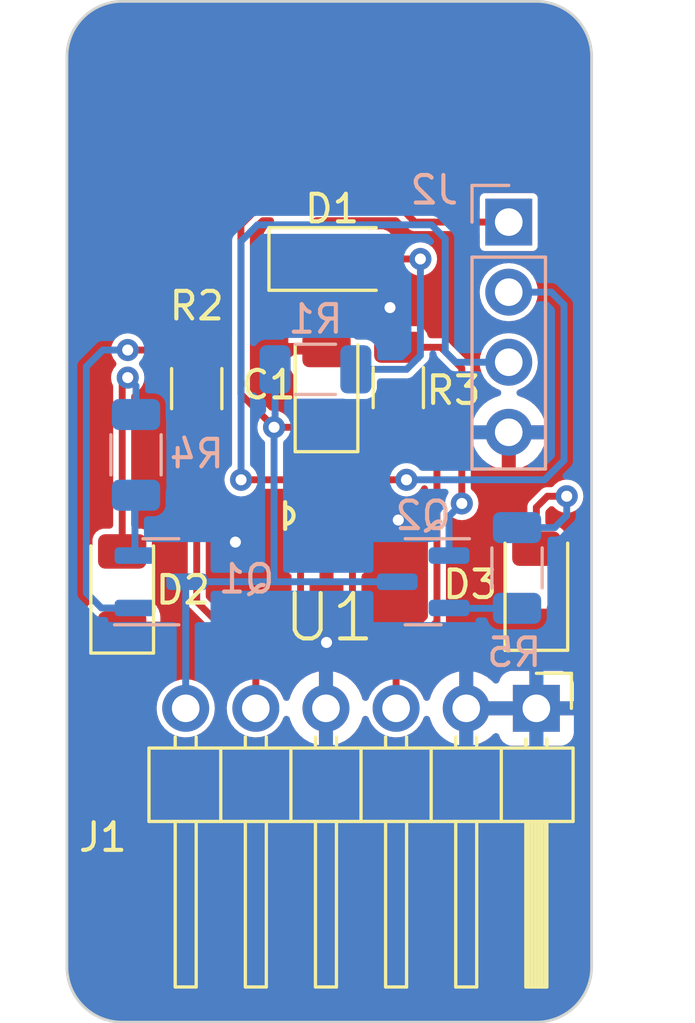
<source format=kicad_pcb>
(kicad_pcb (version 20211014) (generator pcbnew)
  (layers (0 "F.Cu" signal) (31 "B.Cu" signal) (34 "B.Paste" user) (35 "F.Paste" user) (36 "B.SilkS" user "B.Silkscreen") (37 "F.SilkS" user "F.Silkscreen") (38 "B.Mask" user) (39 "F.Mask" user) (44 "Edge.Cuts" user))
  (net 0 "")
  (net 1 "GND")
  (net 2 "Net-(D1-Pad2)")
  (net 3 "Net-(D2-Pad2)")
  (net 4 "Net-(D3-Pad2)")
  (net 5 "Net-(Q1-Pad1)")
  (net 6 "Net-(Q1-Pad2)")
  (net 7 "Net-(Q2-Pad1)")
  (net 8 "Net-(Q2-Pad2)")
  (net 9 "/VCC")
  (net 10 "/IN1")
  (net 11 "/IN2")
  (net 12 "/OUT1")
  (net 13 "/OUT2")
  (footprint "LED_SMD:LED_1206_3216Metric" (layer "F.Cu") (at 124 131.3375 90)
    (fp_text reference "D2" (at 0 2.2 180) (layer "F.SilkS"))
    (fp_text value "LED")
    (fp_line (start -2.285 -1.135) (end -2.285 1.135) (layer "F.SilkS") (width 0.12))
    (fp_line (start -2.285 1.135) (end 1.6 1.135) (layer "F.SilkS") (width 0.12))
    (fp_line (start 1.6 -1.135) (end -2.285 -1.135) (layer "F.SilkS") (width 0.12))
    (pad "1" smd roundrect locked (at -1.4 0 90) (size 1.25 1.75) (layers "F.Cu" "F.Paste" "F.Mask") (roundrect_rratio 0.2) (net 1 "GND"))
    (pad "2" smd roundrect locked (at 1.4 0 90) (size 1.25 1.75) (layers "F.Cu" "F.Paste" "F.Mask") (roundrect_rratio 0.2) (net 3 "Net-(D2-Pad2)"))
  )
  (footprint "Resistor_SMD:R_1206_3216Metric" (layer "F.Cu") (at 126.7 124.0375 90)
    (fp_text reference "R2" (at 3 0 180) (layer "F.SilkS"))
    (fp_text value "470")
    (fp_line (start -0.727064 0.91) (end 0.727064 0.91) (layer "F.SilkS") (width 0.12))
    (fp_line (start -0.727064 -0.91) (end 0.727064 -0.91) (layer "F.SilkS") (width 0.12))
    (pad "1" smd roundrect locked (at -1.4625 0 90) (size 1.125 1.75) (layers "F.Cu" "F.Paste" "F.Mask") (roundrect_rratio 0.2222222222) (net 10 "/IN1"))
    (pad "2" smd roundrect locked (at 1.4625 0 90) (size 1.125 1.75) (layers "F.Cu" "F.Paste" "F.Mask") (roundrect_rratio 0.2222222222) (net 5 "Net-(Q1-Pad1)"))
  )
  (footprint "Resistor_SMD:R_1206_3216Metric" (layer "F.Cu") (at 134 124 90)
    (fp_text reference "R3" (at -0.1 2 180) (layer "F.SilkS"))
    (fp_text value "470")
    (fp_line (start -0.727064 -0.91) (end 0.727064 -0.91) (layer "F.SilkS") (width 0.12))
    (fp_line (start -0.727064 0.91) (end 0.727064 0.91) (layer "F.SilkS") (width 0.12))
    (pad "1" smd roundrect locked (at -1.4625 0 90) (size 1.125 1.75) (layers "F.Cu" "F.Paste" "F.Mask") (roundrect_rratio 0.2222222222) (net 11 "/IN2"))
    (pad "2" smd roundrect locked (at 1.4625 0 90) (size 1.125 1.75) (layers "F.Cu" "F.Paste" "F.Mask") (roundrect_rratio 0.2222222222) (net 7 "Net-(Q2-Pad1)"))
  )
  (footprint "hw_watchdog:ATTiny10-TS8R" (layer "F.Cu") (at 131.4 128.6375 90)
    (fp_text reference "U1" (at -3.7 0.1 180) (layer "F.SilkS") (effects (font (size 1.644173 1.644173))))
    (fp_text value "ATTINY10-TS8R")
    (fp_line (start -0.3048 -1.4986) (end -0.4826 -1.4986) (layer "F.SilkS") (width 0.1524))
    (fp_line (start 0.3048 -1.4986) (end -0.3048 -1.4986) (layer "F.SilkS") (width 0.1524))
    (fp_line (start 0.4826 -1.4986) (end 0.3048 -1.4986) (layer "F.SilkS") (width 0.1524))
    (fp_arc (start 0.3048 -1.4986) (mid 0 -1.1938) (end -0.3048 -1.4986) (layer "F.SilkS") (width 0.1524))
    (pad "1" smd rect (at -1.2954 -0.9398 90) (size 1.27 0.5588) (layers "F.Cu" "F.Paste" "F.Mask") (net 10 "/IN1"))
    (pad "2" smd rect (at -1.2954 0 90) (size 1.27 0.5588) (layers "F.Cu" "F.Paste" "F.Mask") (net 1 "GND"))
    (pad "3" smd rect (at -1.2954 0.9398 90) (size 1.27 0.5588) (layers "F.Cu" "F.Paste" "F.Mask") (net 11 "/IN2"))
    (pad "4" smd rect (at 1.2954 0.9398 90) (size 1.27 0.5588) (layers "F.Cu" "F.Paste" "F.Mask") (net 12 "/OUT1"))
    (pad "5" smd rect (at 1.2954 0 90) (size 1.27 0.5588) (layers "F.Cu" "F.Paste" "F.Mask") (net 9 "/VCC"))
    (pad "6" smd rect (at 1.2954 -0.9398 90) (size 1.27 0.5588) (layers "F.Cu" "F.Paste" "F.Mask") (net 13 "/OUT2"))
  )
  (footprint "Connector_PinHeader_2.54mm:PinHeader_1x06_P2.54mm_Horizontal" (layer "F.Cu") (at 139 135.625 -90)
    (fp_text reference "J1" (at 4.675 15.7 180) (layer "F.SilkS"))
    (fp_text value "Conn_01x06_Male")
    (fp_line (start 4.1 -0.32) (end 10.1 -0.32) (layer "F.SilkS") (width 0.12))
    (fp_line (start 10.1 13.08) (end 4.1 13.08) (layer "F.SilkS") (width 0.12))
    (fp_line (start 1.44 6.35) (end 4.1 6.35) (layer "F.SilkS") (width 0.12))
    (fp_line (start 10.1 10.54) (end 4.1 10.54) (layer "F.SilkS") (width 0.12))
    (fp_line (start 1.44 11.43) (end 4.1 11.43) (layer "F.SilkS") (width 0.12))
    (fp_line (start 10.1 12.32) (end 10.1 13.08) (layer "F.SilkS") (width 0.12))
    (fp_line (start 1.042929 13.08) (end 1.44 13.08) (layer "F.SilkS") (width 0.12))
    (fp_line (start 10.1 5.46) (end 4.1 5.46) (layer "F.SilkS") (width 0.12))
    (fp_line (start 1.11 -0.38) (end 1.44 -0.38) (layer "F.SilkS") (width 0.12))
    (fp_line (start 1.44 3.81) (end 4.1 3.81) (layer "F.SilkS") (width 0.12))
    (fp_line (start 10.1 7.24) (end 10.1 8) (layer "F.SilkS") (width 0.12))
    (fp_line (start 4.1 14.03) (end 4.1 -1.33) (layer "F.SilkS") (width 0.12))
    (fp_line (start 10.1 8) (end 4.1 8) (layer "F.SilkS") (width 0.12))
    (fp_line (start 4.1 0.04) (end 10.1 0.04) (layer "F.SilkS") (width 0.12))
    (fp_line (start 4.1 -0.08) (end 10.1 -0.08) (layer "F.SilkS") (width 0.12))
    (fp_line (start 4.1 2.16) (end 10.1 2.16) (layer "F.SilkS") (width 0.12))
    (fp_line (start 1.44 1.27) (end 4.1 1.27) (layer "F.SilkS") (width 0.12))
    (fp_line (start 4.1 4.7) (end 10.1 4.7) (layer "F.SilkS") (width 0.12))
    (fp_line (start 4.1 0.16) (end 10.1 0.16) (layer "F.SilkS") (width 0.12))
    (fp_line (start 1.042929 2.16) (end 1.44 2.16) (layer "F.SilkS") (width 0.12))
    (fp_line (start 1.042929 5.46) (end 1.44 5.46) (layer "F.SilkS") (width 0.12))
    (fp_line (start 1.042929 7.24) (end 1.44 7.24) (layer "F.SilkS") (width 0.12))
    (fp_line (start -1.27 -1.27) (end 0 -1.27) (layer "F.SilkS") (width 0.12))
    (fp_line (start 10.1 4.7) (end 10.1 5.46) (layer "F.SilkS") (width 0.12))
    (fp_line (start 1.44 8.89) (end 4.1 8.89) (layer "F.SilkS") (width 0.12))
    (fp_line (start 4.1 -1.33) (end 1.44 -1.33) (layer "F.SilkS") (width 0.12))
    (fp_line (start 4.1 9.78) (end 10.1 9.78) (layer "F.SilkS") (width 0.12))
    (fp_line (start 1.042929 4.7) (end 1.44 4.7) (layer "F.SilkS") (width 0.12))
    (fp_line (start 1.042929 9.78) (end 1.44 9.78) (layer "F.SilkS") (width 0.12))
    (fp_line (start 4.1 0.28) (end 10.1 0.28) (layer "F.SilkS") (width 0.12))
    (fp_line (start 1.042929 2.92) (end 1.44 2.92) (layer "F.SilkS") (width 0.12))
    (fp_line (start -1.27 0) (end -1.27 -1.27) (layer "F.SilkS") (width 0.12))
    (fp_line (start 4.1 12.32) (end 10.1 12.32) (layer "F.SilkS") (width 0.12))
    (fp_line (start 1.44 14.03) (end 4.1 14.03) (layer "F.SilkS") (width 0.12))
    (fp_line (start 1.11 0.38) (end 1.44 0.38) (layer "F.SilkS") (width 0.12))
    (fp_line (start 10.1 2.92) (end 4.1 2.92) (layer "F.SilkS") (width 0.12))
    (fp_line (start 4.1 -0.2) (end 10.1 -0.2) (layer "F.SilkS") (width 0.12))
    (fp_line (start 10.1 2.16) (end 10.1 2.92) (layer "F.SilkS") (width 0.12))
    (fp_line (start 10.1 -0.38) (end 10.1 0.38) (layer "F.SilkS") (width 0.12))
    (fp_line (start 1.042929 12.32) (end 1.44 12.32) (layer "F.SilkS") (width 0.12))
    (fp_line (start 4.1 -0.38) (end 10.1 -0.38) (layer "F.SilkS") (width 0.12))
    (fp_line (start 10.1 9.78) (end 10.1 10.54) (layer "F.SilkS") (width 0.12))
    (fp_line (start 1.042929 8) (end 1.44 8) (layer "F.SilkS") (width 0.12))
    (fp_line (start 10.1 0.38) (end 4.1 0.38) (layer "F.SilkS") (width 0.12))
    (fp_line (start 4.1 7.24) (end 10.1 7.24) (layer "F.SilkS") (width 0.12))
    (fp_line (start 1.44 -1.33) (end 1.44 14.03) (layer "F.SilkS") (width 0.12))
    (fp_line (start 1.042929 10.54) (end 1.44 10.54) (layer "F.SilkS") (width 0.12))
    (pad "1" thru_hole rect locked (at 0 0 270) (size 1.7 1.7) (drill 1) (layers *.Cu *.Mask) (net 1 "GND"))
    (pad "2" thru_hole oval locked (at 0 2.54 270) (size 1.7 1.7) (drill 1) (layers *.Cu *.Mask) (net 1 "GND"))
    (pad "3" thru_hole oval locked (at 0 5.08 270) (size 1.7 1.7) (drill 1) (layers *.Cu *.Mask) (net 11 "/IN2"))
    (pad "4" thru_hole oval locked (at 0 7.62 270) (size 1.7 1.7) (drill 1) (layers *.Cu *.Mask) (net 1 "GND"))
    (pad "5" thru_hole oval locked (at 0 10.16 270) (size 1.7 1.7) (drill 1) (layers *.Cu *.Mask) (net 10 "/IN1"))
    (pad "6" thru_hole oval locked (at 0 12.7 270) (size 1.7 1.7) (drill 1) (layers *.Cu *.Mask) (net 9 "/VCC"))
  )
  (footprint "LED_SMD:LED_1206_3216Metric" (layer "F.Cu") (at 139 131.2375 90)
    (fp_text reference "D3" (at 0.1 -2.4 180) (layer "F.SilkS"))
    (fp_text value "LED")
    (fp_line (start -2.285 1.135) (end 1.6 1.135) (layer "F.SilkS") (width 0.12))
    (fp_line (start -2.285 -1.135) (end -2.285 1.135) (layer "F.SilkS") (width 0.12))
    (fp_line (start 1.6 -1.135) (end -2.285 -1.135) (layer "F.SilkS") (width 0.12))
    (pad "1" smd roundrect locked (at -1.4 0 90) (size 1.25 1.75) (layers "F.Cu" "F.Paste" "F.Mask") (roundrect_rratio 0.2) (net 1 "GND"))
    (pad "2" smd roundrect locked (at 1.4 0 90) (size 1.25 1.75) (layers "F.Cu" "F.Paste" "F.Mask") (roundrect_rratio 0.2) (net 4 "Net-(D3-Pad2)"))
  )
  (footprint "LED_SMD:LED_1206_3216Metric" (layer "F.Cu") (at 131.6 119.3375)
    (fp_text reference "D1" (at 0 -1.82) (layer "F.SilkS"))
    (fp_text value "LED")
    (fp_line (start -2.285 1.135) (end 1.6 1.135) (layer "F.SilkS") (width 0.12))
    (fp_line (start 1.6 -1.135) (end -2.285 -1.135) (layer "F.SilkS") (width 0.12))
    (fp_line (start -2.285 -1.135) (end -2.285 1.135) (layer "F.SilkS") (width 0.12))
    (pad "1" smd roundrect locked (at -1.4 0) (size 1.25 1.75) (layers "F.Cu" "F.Paste" "F.Mask") (roundrect_rratio 0.2) (net 1 "GND"))
    (pad "2" smd roundrect locked (at 1.4 0) (size 1.25 1.75) (layers "F.Cu" "F.Paste" "F.Mask") (roundrect_rratio 0.2) (net 2 "Net-(D1-Pad2)"))
  )
  (footprint "Diode_SMD:D_1206_3216Metric" (layer "F.Cu") (at 131.4 124.0375 90)
    (fp_text reference "C1" (at 0.1375 -2.1 180) (layer "F.SilkS"))
    (fp_text value "100nF")
    (fp_line (start 1.6 -1.135) (end -2.285 -1.135) (layer "F.SilkS") (width 0.12))
    (fp_line (start -2.285 1.135) (end 1.6 1.135) (layer "F.SilkS") (width 0.12))
    (fp_line (start -2.285 -1.135) (end -2.285 1.135) (layer "F.SilkS") (width 0.12))
    (pad "1" smd roundrect locked (at -1.4 0 90) (size 1.25 1.75) (layers "F.Cu" "F.Paste" "F.Mask") (roundrect_rratio 0.2) (net 9 "/VCC"))
    (pad "2" smd roundrect locked (at 1.4 0 90) (size 1.25 1.75) (layers "F.Cu" "F.Paste" "F.Mask") (roundrect_rratio 0.2) (net 1 "GND"))
  )
  (footprint "Resistor_SMD:R_1206_3216Metric" (layer "B.Cu") (at 131 123.3375 180)
    (fp_text reference "R1" (at 0 1.82) (layer "B.SilkS") (effects (justify mirror)))
    (fp_text value "100")
    (fp_line (start -0.727064 -0.91) (end 0.727064 -0.91) (layer "B.SilkS") (width 0.12))
    (fp_line (start -0.727064 0.91) (end 0.727064 0.91) (layer "B.SilkS") (width 0.12))
    (pad "1" smd roundrect locked (at -1.4625 0 180) (size 1.125 1.75) (layers "B.Cu" "B.Paste" "B.Mask") (roundrect_rratio 0.2222222222) (net 2 "Net-(D1-Pad2)"))
    (pad "2" smd roundrect locked (at 1.4625 0 180) (size 1.125 1.75) (layers "B.Cu" "B.Paste" "B.Mask") (roundrect_rratio 0.2222222222) (net 9 "/VCC"))
  )
  (footprint "Connector_PinSocket_2.54mm:PinSocket_1x04_P2.54mm_Vertical" (layer "B.Cu") (at 138 118 180)
    (fp_text reference "J2" (at 2.7 1.1625) (layer "B.SilkS") (effects (justify mirror)))
    (fp_text value "Conn_01x04_Male")
    (fp_line (start -1.33 -1.27) (end 1.33 -1.27) (layer "B.SilkS") (width 0.12))
    (fp_line (start 1.33 -1.27) (end 1.33 -8.95) (layer "B.SilkS") (width 0.12))
    (fp_line (start 0 1.33) (end 1.33 1.33) (layer "B.SilkS") (width 0.12))
    (fp_line (start 1.33 1.33) (end 1.33 0) (layer "B.SilkS") (width 0.12))
    (fp_line (start -1.33 -1.27) (end -1.33 -8.95) (layer "B.SilkS") (width 0.12))
    (fp_line (start -1.33 -8.95) (end 1.33 -8.95) (layer "B.SilkS") (width 0.12))
    (pad "1" thru_hole rect locked (at 0 0 180) (size 1.7 1.7) (drill 1) (layers *.Cu *.Mask) (net 9 "/VCC"))
    (pad "2" thru_hole oval locked (at 0 -2.54 180) (size 1.7 1.7) (drill 1) (layers *.Cu *.Mask) (net 12 "/OUT1"))
    (pad "3" thru_hole oval locked (at 0 -5.08 180) (size 1.7 1.7) (drill 1) (layers *.Cu *.Mask) (net 13 "/OUT2"))
    (pad "4" thru_hole oval locked (at 0 -7.62 180) (size 1.7 1.7) (drill 1) (layers *.Cu *.Mask) (net 1 "GND"))
  )
  (footprint "Resistor_SMD:R_1206_3216Metric" (layer "B.Cu") (at 124.5 126.4375 90)
    (fp_text reference "R4" (at 0.0375 2.2 180) (layer "B.SilkS") (effects (justify mirror)))
    (fp_text value "100")
    (fp_line (start -0.727064 0.91) (end 0.727064 0.91) (layer "B.SilkS") (width 0.12))
    (fp_line (start -0.727064 -0.91) (end 0.727064 -0.91) (layer "B.SilkS") (width 0.12))
    (pad "1" smd roundrect locked (at -1.4625 0 90) (size 1.125 1.75) (layers "B.Cu" "B.Paste" "B.Mask") (roundrect_rratio 0.2222222222) (net 6 "Net-(Q1-Pad2)"))
    (pad "2" smd roundrect locked (at 1.4625 0 90) (size 1.125 1.75) (layers "B.Cu" "B.Paste" "B.Mask") (roundrect_rratio 0.2222222222) (net 3 "Net-(D2-Pad2)"))
  )
  (footprint "Package_TO_SOT_SMD:SOT-23" (layer "B.Cu") (at 125.4 131.0375)
    (fp_text reference "Q1" (at 3.1 -0.1) (layer "B.SilkS") (effects (justify mirror)))
    (fp_text value "BC847")
    (fp_line (start 0 1.56) (end -1.675 1.56) (layer "B.SilkS") (width 0.12))
    (fp_line (start 0 1.56) (end 0.65 1.56) (layer "B.SilkS") (width 0.12))
    (fp_line (start 0 -1.56) (end 0.65 -1.56) (layer "B.SilkS") (width 0.12))
    (fp_line (start 0 -1.56) (end -0.65 -1.56) (layer "B.SilkS") (width 0.12))
    (pad "1" smd roundrect locked (at -0.9375 0.95) (size 1.475 0.6) (layers "B.Cu" "B.Paste" "B.Mask") (net 5 "Net-(Q1-Pad1)"))
    (pad "2" smd roundrect locked (at -0.9375 -0.95) (size 1.475 0.6) (layers "B.Cu" "B.Paste" "B.Mask") (net 6 "Net-(Q1-Pad2)"))
    (pad "3" smd roundrect locked (at 0.9375 0) (size 1.475 0.6) (layers "B.Cu" "B.Paste" "B.Mask") (net 9 "/VCC"))
  )
  (footprint "Resistor_SMD:R_1206_3216Metric" (layer "B.Cu") (at 138.3 130.5375 90)
    (fp_text reference "R5" (at -3.0625 -0.1 180) (layer "B.SilkS") (effects (justify mirror)))
    (fp_text value "100")
    (fp_line (start -0.727064 0.91) (end 0.727064 0.91) (layer "B.SilkS") (width 0.12))
    (fp_line (start -0.727064 -0.91) (end 0.727064 -0.91) (layer "B.SilkS") (width 0.12))
    (pad "1" smd roundrect locked (at -1.4625 0 90) (size 1.125 1.75) (layers "B.Cu" "B.Paste" "B.Mask") (roundrect_rratio 0.2222222222) (net 8 "Net-(Q2-Pad2)"))
    (pad "2" smd roundrect locked (at 1.4625 0 90) (size 1.125 1.75) (layers "B.Cu" "B.Paste" "B.Mask") (roundrect_rratio 0.2222222222) (net 4 "Net-(D3-Pad2)"))
  )
  (footprint "Package_TO_SOT_SMD:SOT-23" (layer "B.Cu") (at 134.9 131.0375 180)
    (fp_text reference "Q2" (at 0 2.4) (layer "B.SilkS") (effects (justify mirror)))
    (fp_text value "BC847")
    (fp_line (start 0 1.56) (end -1.675 1.56) (layer "B.SilkS") (width 0.12))
    (fp_line (start 0 1.56) (end 0.65 1.56) (layer "B.SilkS") (width 0.12))
    (fp_line (start 0 -1.56) (end 0.65 -1.56) (layer "B.SilkS") (width 0.12))
    (fp_line (start 0 -1.56) (end -0.65 -1.56) (layer "B.SilkS") (width 0.12))
    (pad "1" smd roundrect locked (at -0.9375 0.95 180) (size 1.475 0.6) (layers "B.Cu" "B.Paste" "B.Mask") (net 7 "Net-(Q2-Pad1)"))
    (pad "2" smd roundrect locked (at -0.9375 -0.95 180) (size 1.475 0.6) (layers "B.Cu" "B.Paste" "B.Mask") (net 8 "Net-(Q2-Pad2)"))
    (pad "3" smd roundrect locked (at 0.9375 0 180) (size 1.475 0.6) (layers "B.Cu" "B.Paste" "B.Mask") (net 9 "/VCC"))
  )
  (gr_line (start 139 110) (end 124 110) (layer "Edge.Cuts") (width 0.1))
  (gr_line (start 139 147) (end 124 147) (layer "Edge.Cuts") (width 0.1))
  (gr_arc (start 141 145) (mid 140.414214 146.414214) (end 139 147) (layer "Edge.Cuts") (width 0.1))
  (gr_line (start 122 145) (end 122 112) (layer "Edge.Cuts") (width 0.1))
  (gr_arc (start 124 147) (mid 122.585786 146.414214) (end 122 145) (layer "Edge.Cuts") (width 0.1))
  (gr_arc (start 122 112) (mid 122.585786 110.585786) (end 124 110) (layer "Edge.Cuts") (width 0.1))
  (gr_line (start 141 112) (end 141 145) (layer "Edge.Cuts") (width 0.1))
  (gr_arc (start 139 110) (mid 140.414214 110.585786) (end 141 112) (layer "Edge.Cuts") (width 0.1))
  (via (at 128.1 129.6) (size 0.8) (drill 0.4) (layers "F.Cu" "B.Cu") (net 1))
  (via (at 131.4 133.2375) (size 0.8) (drill 0.4) (layers "F.Cu" "B.Cu") (net 1))
  (via (at 134 128.8) (size 0.8) (drill 0.4) (layers "F.Cu" "B.Cu") (net 1))
  (via (at 133.7 121.1) (size 0.8) (drill 0.4) (layers "F.Cu" "B.Cu") (net 1))
  (segment (start 134.8 119.3375) (end 133 119.3375) (width 0.25) (layer "F.Cu") (net 2))
  (via (at 134.8 119.3375) (size 0.8) (drill 0.4) (layers "F.Cu" "B.Cu") (net 2))
  (segment (start 134.8 122.8375) (end 134.8 119.3375) (width 0.25) (layer "B.Cu") (net 2))
  (segment (start 132.4625 123.3375) (end 134.3 123.3375) (width 0.25) (layer "B.Cu") (net 2))
  (segment (start 134.3 123.3375) (end 134.8 122.8375) (width 0.25) (layer "B.Cu") (net 2))
  (segment (start 124 129.9375) (end 124 123.8375) (width 0.25) (layer "F.Cu") (net 3))
  (segment (start 124 123.8375) (end 124.2 123.6375) (width 0.25) (layer "F.Cu") (net 3))
  (via (at 124.2 123.6375) (size 0.8) (drill 0.4) (layers "F.Cu" "B.Cu") (net 3))
  (segment (start 124.2 123.6375) (end 124.5 123.9375) (width 0.25) (layer "B.Cu") (net 3))
  (segment (start 124.5 123.9375) (end 124.5 124.975) (width 0.25) (layer "B.Cu") (net 3))
  (segment (start 139.4 127.9375) (end 140.1 127.9375) (width 0.25) (layer "F.Cu") (net 4))
  (segment (start 139 129.8375) (end 139 128.3375) (width 0.25) (layer "F.Cu") (net 4))
  (segment (start 139 128.3375) (end 139.4 127.9375) (width 0.25) (layer "F.Cu") (net 4))
  (via (at 140.1 127.9375) (size 0.8) (drill 0.4) (layers "F.Cu" "B.Cu") (net 4))
  (segment (start 140.1 127.9375) (end 140.1 128.6375) (width 0.25) (layer "B.Cu") (net 4))
  (segment (start 140.1 128.6375) (end 139.6625 129.075) (width 0.25) (layer "B.Cu") (net 4))
  (segment (start 139.6625 129.075) (end 138.3 129.075) (width 0.25) (layer "B.Cu") (net 4))
  (segment (start 126.6375 122.6375) (end 126.7 122.575) (width 0.25) (layer "F.Cu") (net 5))
  (segment (start 124.2 122.6375) (end 126.6375 122.6375) (width 0.25) (layer "F.Cu") (net 5))
  (via (at 124.2 122.6375) (size 0.8) (drill 0.4) (layers "F.Cu" "B.Cu") (net 5))
  (segment (start 123.25 131.9875) (end 122.7 131.4375) (width 0.25) (layer "B.Cu") (net 5))
  (segment (start 122.7 131.4375) (end 122.7 123.2375) (width 0.25) (layer "B.Cu") (net 5))
  (segment (start 122.7 123.2375) (end 123.3 122.6375) (width 0.25) (layer "B.Cu") (net 5))
  (segment (start 124.4625 131.9875) (end 123.25 131.9875) (width 0.25) (layer "B.Cu") (net 5))
  (segment (start 123.3 122.6375) (end 124.2 122.6375) (width 0.25) (layer "B.Cu") (net 5))
  (segment (start 124.4625 130.0875) (end 124.4625 127.9375) (width 0.25) (layer "B.Cu") (net 6))
  (segment (start 124.4625 127.9375) (end 124.5 127.9) (width 0.25) (layer "B.Cu") (net 6))
  (segment (start 136.3 123.3) (end 135.5375 122.5375) (width 0.25) (layer "F.Cu") (net 7))
  (segment (start 135.5375 122.5375) (end 134 122.5375) (width 0.25) (layer "F.Cu") (net 7))
  (segment (start 136.3 128.2) (end 136.3 123.3) (width 0.25) (layer "F.Cu") (net 7))
  (via (at 136.3 128.2) (size 0.8) (drill 0.4) (layers "F.Cu" "B.Cu") (net 7))
  (segment (start 135.8375 128.6625) (end 135.8375 130.0875) (width 0.25) (layer "B.Cu") (net 7))
  (segment (start 136.3 128.2) (end 135.8375 128.6625) (width 0.25) (layer "B.Cu") (net 7))
  (segment (start 135.85 132) (end 135.8375 131.9875) (width 0.25) (layer "B.Cu") (net 8))
  (segment (start 138.3 132) (end 135.85 132) (width 0.25) (layer "B.Cu") (net 8))
  (segment (start 129.5 125.4375) (end 128.3 124.2375) (width 0.25) (layer "F.Cu") (net 9))
  (segment (start 131.4 127.3421) (end 131.4 125.4375) (width 0.25) (layer "F.Cu") (net 9))
  (segment (start 128.9 117.5) (end 134.1 117.5) (width 0.25) (layer "F.Cu") (net 9))
  (segment (start 128.3 118.1) (end 128.9 117.5) (width 0.25) (layer "F.Cu") (net 9))
  (segment (start 128.3 124.2375) (end 128.3 118.1) (width 0.25) (layer "F.Cu") (net 9))
  (segment (start 129.5 125.4375) (end 131.4 125.4375) (width 0.25) (layer "F.Cu") (net 9))
  (segment (start 134.6 118) (end 138 118) (width 0.25) (layer "F.Cu") (net 9))
  (segment (start 134.1 117.5) (end 134.6 118) (width 0.25) (layer "F.Cu") (net 9))
  (via (at 129.5 125.4375) (size 0.8) (drill 0.4) (layers "F.Cu" "B.Cu") (net 9))
  (segment (start 126.3 131.075) (end 126.3375 131.0375) (width 0.25) (layer "B.Cu") (net 9))
  (segment (start 126.3 135.625) (end 126.3 131.075) (width 0.25) (layer "B.Cu") (net 9))
  (segment (start 129.5375 123.3375) (end 129.5375 125.4) (width 0.25) (layer "B.Cu") (net 9))
  (segment (start 129.5375 125.4) (end 129.5 125.4375) (width 0.25) (layer "B.Cu") (net 9))
  (segment (start 129.5 131.0375) (end 129.5 125.4375) (width 0.25) (layer "B.Cu") (net 9))
  (segment (start 133.9625 131.0375) (end 126.3375 131.0375) (width 0.25) (layer "B.Cu") (net 9))
  (segment (start 126.7 131.7575) (end 126.7 125.5) (width 0.25) (layer "F.Cu") (net 10))
  (segment (start 128.84 135.625) (end 128.84 133.8975) (width 0.25) (layer "F.Cu") (net 10))
  (segment (start 130.4602 132.2773) (end 130.4602 129.9329) (width 0.25) (layer "F.Cu") (net 10))
  (segment (start 128.84 133.8975) (end 126.7 131.7575) (width 0.25) (layer "F.Cu") (net 10))
  (segment (start 128.84 133.8975) (end 130.4602 132.2773) (width 0.25) (layer "F.Cu") (net 10))
  (segment (start 132.3398 132.3773) (end 132.3398 129.9329) (width 0.25) (layer "F.Cu") (net 11))
  (segment (start 135.4 125.9) (end 135.4 132.4775) (width 0.25) (layer "F.Cu") (net 11))
  (segment (start 135.4 132.4775) (end 133.92 133.9575) (width 0.25) (layer "F.Cu") (net 11))
  (segment (start 133.92 135.625) (end 133.92 133.9575) (width 0.25) (layer "F.Cu") (net 11))
  (segment (start 134.9625 125.4625) (end 135.4 125.9) (width 0.25) (layer "F.Cu") (net 11))
  (segment (start 134 125.4625) (end 134.9625 125.4625) (width 0.25) (layer "F.Cu") (net 11))
  (segment (start 133.92 133.9575) (end 132.3398 132.3773) (width 0.25) (layer "F.Cu") (net 11))
  (segment (start 132.3398 127.3421) (end 134.2954 127.3421) (width 0.25) (layer "F.Cu") (net 12))
  (via (at 134.2954 127.3421) (size 0.8) (drill 0.4) (layers "F.Cu" "B.Cu") (net 12))
  (segment (start 140 126.6375) (end 140 121) (width 0.25) (layer "B.Cu") (net 12))
  (segment (start 139.54 120.54) (end 138 120.54) (width 0.25) (layer "B.Cu") (net 12))
  (segment (start 134.2954 127.3421) (end 139.2954 127.3421) (width 0.25) (layer "B.Cu") (net 12))
  (segment (start 139.2954 127.3421) (end 140 126.6375) (width 0.25) (layer "B.Cu") (net 12))
  (segment (start 140 121) (end 139.54 120.54) (width 0.25) (layer "B.Cu") (net 12))
  (segment (start 130.4602 127.3421) (end 128.3046 127.3421) (width 0.25) (layer "F.Cu") (net 13))
  (via (at 128.3046 127.3421) (size 0.8) (drill 0.4) (layers "F.Cu" "B.Cu") (net 13))
  (segment (start 135.2 118.1) (end 128.9 118.1) (width 0.25) (layer "B.Cu") (net 13))
  (segment (start 136.08 123.08) (end 135.7 122.7) (width 0.25) (layer "B.Cu") (net 13))
  (segment (start 135.7 118.6) (end 135.2 118.1) (width 0.25) (layer "B.Cu") (net 13))
  (segment (start 138 123.08) (end 136.08 123.08) (width 0.25) (layer "B.Cu") (net 13))
  (segment (start 128.3046 118.6954) (end 128.3046 127.3421) (width 0.25) (layer "B.Cu") (net 13))
  (segment (start 135.7 122.7) (end 135.7 118.6) (width 0.25) (layer "B.Cu") (net 13))
  (segment (start 128.9 118.1) (end 128.3046 118.6954) (width 0.25) (layer "B.Cu") (net 13))
  (zone (net 0) (net_name "") (layer "F.Cu") (connect_pads (clearance 0)) (min_thickness 0.254)
    (keepout (tracks allowed) (vias allowed) (pads allowed) (copperpour not_allowed) (footprints allowed))
    (fill (thermal_gap 0.508) (thermal_bridge_width 0.508))
    (polygon (pts (xy 131.1 126.1) (xy 131.1 126.8) (xy 127 126.8) (xy 127 126.4) (xy 127.9 124.2)))
  )
  (zone (net 0) (net_name "") (layer "F.Cu") (connect_pads (clearance 0)) (min_thickness 0.254)
    (keepout (tracks allowed) (vias allowed) (pads allowed) (copperpour not_allowed) (footprints allowed))
    (fill (thermal_gap 0.508) (thermal_bridge_width 0.508))
    (polygon (pts (xy 125.1 129.8) (xy 125.1 131.9) (xy 122.9 131.9) (xy 122.9 129.8)))
  )
  (zone (net 0) (net_name "") (layer "F.Cu") (connect_pads (clearance 0)) (min_thickness 0.254)
    (keepout (tracks allowed) (vias allowed) (pads allowed) (copperpour not_allowed) (footprints allowed))
    (fill (thermal_gap 0.508) (thermal_bridge_width 0.508))
    (polygon (pts (xy 132.9 129.3) (xy 129.9 129.3) (xy 129.9 128) (xy 132.9 128)))
  )
  (zone (net 0) (net_name "") (layer "F.Cu") (connect_pads (clearance 0)) (min_thickness 0.254)
    (keepout (tracks allowed) (vias allowed) (pads allowed) (copperpour not_allowed) (footprints allowed))
    (fill (thermal_gap 0.508) (thermal_bridge_width 0.508))
    (polygon (pts (xy 132.8 120.1) (xy 131 120.1) (xy 131 118.2) (xy 132.8 118.2)))
  )
  (zone (net 1) (net_name "GND") (layers F&B.Cu) (connect_pads (clearance 0)) (min_thickness 0.254) (fill yes (thermal_gap 0.508) (thermal_bridge_width 0.508))
    (polygon (pts (xy 141 147) (xy 122 147) (xy 122 110) (xy 141 110)))
  )
  (zone (net 0) (net_name "") (layer "F.Cu") (connect_pads (clearance 0)) (min_thickness 0.254)
    (keepout (tracks allowed) (vias allowed) (pads allowed) (copperpour not_allowed) (footprints allowed))
    (fill (thermal_gap 0.508) (thermal_bridge_width 0.508))
    (polygon (pts (xy 132.6 122.8) (xy 132.6 125.8) (xy 130.2 125.8) (xy 130.2 122.8)))
  )
  (zone (net 0) (net_name "") (layer "F.Cu") (connect_pads (clearance 0)) (min_thickness 0.254)
    (keepout (tracks allowed) (vias allowed) (pads allowed) (copperpour not_allowed) (footprints allowed))
    (fill (thermal_gap 0.508) (thermal_bridge_width 0.508))
    (polygon (pts (xy 135.1 122.7) (xy 135.1 125.7) (xy 132.9 125.7) (xy 132.9 122.7)))
  )
  (zone (net 0) (net_name "") (layer "F.Cu") (connect_pads (clearance 0)) (min_thickness 0.254)
    (keepout (tracks allowed) (vias allowed) (pads allowed) (copperpour not_allowed) (footprints allowed))
    (fill (thermal_gap 0.508) (thermal_bridge_width 0.508))
    (polygon (pts (xy 140.1 130) (xy 140.1 131.8) (xy 137.9 131.8) (xy 137.9 130)))
  )
  (zone (net 0) (net_name "") (layer "F.Cu") (connect_pads (clearance 0)) (min_thickness 0.254)
    (keepout (tracks allowed) (vias allowed) (pads allowed) (copperpour not_allowed) (footprints allowed))
    (fill (thermal_gap 0.508) (thermal_bridge_width 0.508))
    (polygon (pts (xy 127.8 122.9) (xy 127.8 125.9) (xy 125.6 125.9) (xy 125.6 122.9)))
  )
  (zone (net 0) (net_name "") (layer "B.Cu") (connect_pads (clearance 0)) (min_thickness 0.254)
    (keepout (tracks allowed) (vias allowed) (pads allowed) (copperpour not_allowed) (footprints allowed))
    (fill (thermal_gap 0.508) (thermal_bridge_width 0.508))
    (polygon (pts (xy 136.8 132.5) (xy 133.1 132.5) (xy 133.1 129.6) (xy 136.8 129.6)))
  )
  (zone (net 0) (net_name "") (layer "B.Cu") (connect_pads (clearance 0)) (min_thickness 0.254)
    (keepout (tracks allowed) (vias allowed) (pads allowed) (copperpour not_allowed) (footprints allowed))
    (fill (thermal_gap 0.508) (thermal_bridge_width 0.508))
    (polygon (pts (xy 137.2 129.4) (xy 139.4 129.4) (xy 139.4 131.9) (xy 137.2 131.9)))
  )
  (zone (net 0) (net_name "") (layer "B.Cu") (connect_pads (clearance 0)) (min_thickness 0.254)
    (keepout (tracks allowed) (vias allowed) (pads allowed) (copperpour not_allowed) (footprints allowed))
    (fill (thermal_gap 0.508) (thermal_bridge_width 0.508))
    (polygon (pts (xy 127.2 132.5) (xy 123.5 132.5) (xy 123.5 129.6) (xy 127.2 129.6)))
  )
  (zone (net 0) (net_name "") (layer "B.Cu") (connect_pads (clearance 0)) (min_thickness 0.254)
    (keepout (tracks allowed) (vias allowed) (pads allowed) (copperpour not_allowed) (footprints allowed))
    (fill (thermal_gap 0.508) (thermal_bridge_width 0.508))
    (polygon (pts (xy 132.4 122.2) (xy 132.4 124.4) (xy 129.9 124.4) (xy 129.9 122.2)))
  )
  (zone (net 0) (net_name "") (layer "B.Cu") (connect_pads (clearance 0)) (min_thickness 0.254)
    (keepout (tracks allowed) (vias allowed) (pads allowed) (copperpour not_allowed) (footprints allowed))
    (fill (thermal_gap 0.508) (thermal_bridge_width 0.508))
    (polygon (pts (xy 125.6 127.7) (xy 123.4 127.7) (xy 123.4 125.2) (xy 125.6 125.2)))
  )
)
</source>
